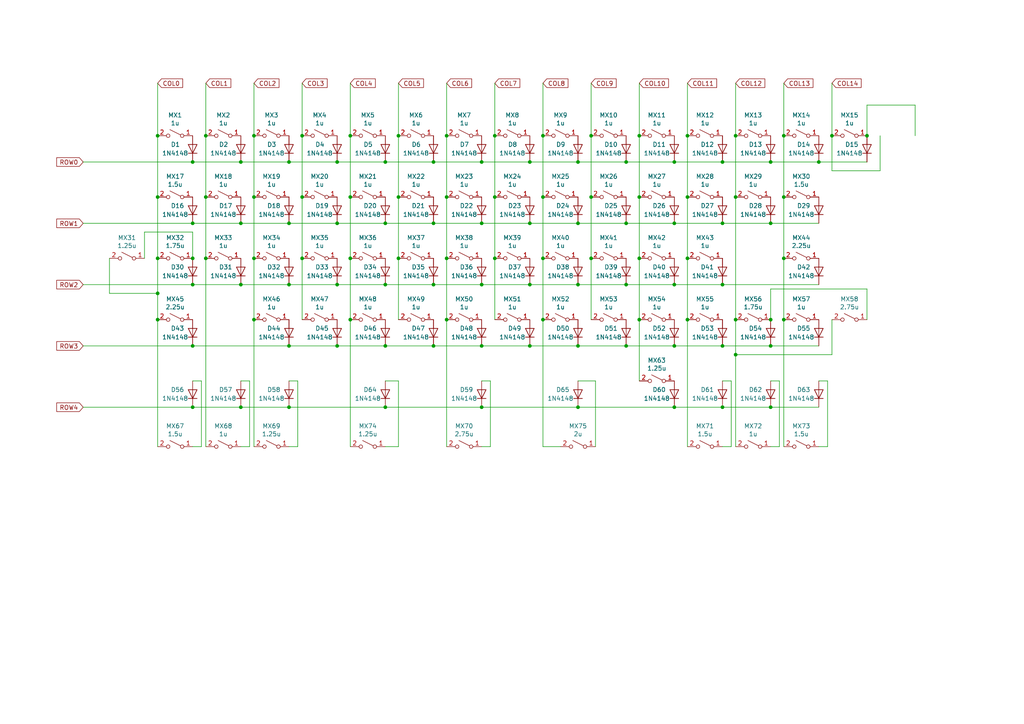
<source format=kicad_sch>
(kicad_sch (version 20211123) (generator eeschema)
  (paper "A4")
  (title_block (title "Bakeneko 60 V3") (date "2020-08-01") (rev "1") (comment 1 "Copyright © 2020 kkatano") (comment 2 "MIT License"))
  (lib_symbols
    (symbol "Device:D" (pin_numbers hide) (pin_names (offset 1.016) hide)
      (property "Reference" "D" (at 0 2.54 0))
      (property "Value" "Device_D" (at 0 -2.54 0))
      (symbol "D_0_1"
        (polyline (pts (xy -1.27 1.27) (xy -1.27 -1.27)) (stroke (width 0.2032)))
        (polyline (pts (xy 1.27 0) (xy -1.27 0)))
        (polyline (pts (xy 1.27 1.27) (xy 1.27 -1.27) (xy -1.27 0) (xy 1.27 1.27)) (stroke (width 0.2032)))
      )
      (symbol "D_1_1"
        (pin passive line (at -3.81 0 0) (length 2.54) (name "K") (number "1"))
        (pin passive line (at 3.81 0 180) (length 2.54) (name "A") (number "2"))
      )
    )
    (symbol "Switch:SW_SPST" (pin_names (offset 0) hide)
      (property "Reference" "SW" (at 0 3.175 0))
      (property "Value" "Switch_SW_SPST" (at 0 -2.54 0))
      (symbol "SW_SPST_0_0"
        (circle (center -2.032 0) (radius 0.508))
        (polyline (pts (xy -1.524 0.254) (xy 1.524 1.778)))
        (circle (center 2.032 0) (radius 0.508))
      )
      (symbol "SW_SPST_1_1"
        (pin passive line (at -5.08 0 0) (length 2.54) (name "A") (number "1"))
        (pin passive line (at 5.08 0 180) (length 2.54) (name "B") (number "2"))
      )
    )
  )
  (junction (at 209.55 118.11))
  (junction (at 181.61 46.99))
  (junction (at 167.64 46.99))
  (junction (at 83.82 100.33))
  (junction (at 213.36 102.87))
  (junction (at 55.88 100.33))
  (junction (at 139.7 118.11))
  (junction (at 167.64 82.55))
  (junction (at 129.54 39.37))
  (junction (at 167.64 118.11))
  (junction (at 59.69 57.15))
  (junction (at 111.76 118.11))
  (junction (at 55.88 46.99))
  (junction (at 59.69 39.37))
  (junction (at 83.82 82.55))
  (junction (at 125.73 100.33))
  (junction (at 153.67 100.33))
  (junction (at 185.42 92.71))
  (junction (at 143.51 74.93))
  (junction (at 111.76 82.55))
  (junction (at 101.6 74.93))
  (junction (at 227.33 57.15))
  (junction (at 167.64 100.33))
  (junction (at 195.58 100.33))
  (junction (at 55.88 64.77))
  (junction (at 185.42 74.93))
  (junction (at 73.66 57.15))
  (junction (at 101.6 39.37))
  (junction (at 157.48 92.71))
  (junction (at 153.67 46.99))
  (junction (at 223.52 46.99))
  (junction (at 115.57 39.37))
  (junction (at 125.73 82.55))
  (junction (at 181.61 100.33))
  (junction (at 59.69 74.93))
  (junction (at 97.79 46.99))
  (junction (at 73.66 92.71))
  (junction (at 115.57 57.15))
  (junction (at 139.7 82.55))
  (junction (at 129.54 57.15))
  (junction (at 171.45 74.93))
  (junction (at 45.72 92.71))
  (junction (at 101.6 92.71))
  (junction (at 153.67 64.77))
  (junction (at 69.85 82.55))
  (junction (at 55.88 118.11))
  (junction (at 111.76 64.77))
  (junction (at 87.63 74.93))
  (junction (at 171.45 39.37))
  (junction (at 227.33 92.71))
  (junction (at 209.55 100.33))
  (junction (at 213.36 39.37))
  (junction (at 129.54 74.93))
  (junction (at 143.51 57.15))
  (junction (at 199.39 57.15))
  (junction (at 143.51 39.37))
  (junction (at 209.55 46.99))
  (junction (at 97.79 100.33))
  (junction (at 55.88 74.93))
  (junction (at 195.58 118.11))
  (junction (at 185.42 39.37))
  (junction (at 83.82 46.99))
  (junction (at 157.48 39.37))
  (junction (at 227.33 39.37))
  (junction (at 157.48 74.93))
  (junction (at 181.61 64.77))
  (junction (at 97.79 82.55))
  (junction (at 139.7 100.33))
  (junction (at 167.64 64.77))
  (junction (at 195.58 64.77))
  (junction (at 181.61 82.55))
  (junction (at 55.88 82.55))
  (junction (at 237.49 46.99))
  (junction (at 213.36 92.71))
  (junction (at 111.76 100.33))
  (junction (at 87.63 39.37))
  (junction (at 153.67 82.55))
  (junction (at 223.52 64.77))
  (junction (at 115.57 74.93))
  (junction (at 69.85 64.77))
  (junction (at 209.55 82.55))
  (junction (at 83.82 118.11))
  (junction (at 45.72 57.15))
  (junction (at 111.76 46.99))
  (junction (at 139.7 64.77))
  (junction (at 185.42 57.15))
  (junction (at 209.55 64.77))
  (junction (at 45.72 85.09))
  (junction (at 195.58 82.55))
  (junction (at 223.52 100.33))
  (junction (at 97.79 64.77))
  (junction (at 241.3 39.37))
  (junction (at 73.66 74.93))
  (junction (at 73.66 39.37))
  (junction (at 157.48 57.15))
  (junction (at 129.54 92.71))
  (junction (at 101.6 57.15))
  (junction (at 213.36 57.15))
  (junction (at 69.85 46.99))
  (junction (at 45.72 39.37))
  (junction (at 223.52 92.71))
  (junction (at 199.39 74.93))
  (junction (at 45.72 74.93))
  (junction (at 223.52 118.11))
  (junction (at 199.39 39.37))
  (junction (at 171.45 57.15))
  (junction (at 125.73 46.99))
  (junction (at 199.39 92.71))
  (junction (at 139.7 46.99))
  (junction (at 227.33 74.93))
  (junction (at 195.58 46.99))
  (junction (at 251.46 39.37))
  (junction (at 87.63 57.15))
  (junction (at 69.85 118.11))
  (junction (at 125.73 64.77))
  (junction (at 83.82 64.77))
  (wire (pts (xy 209.55 100.33) (xy 223.52 100.33)))
  (wire (pts (xy 125.73 82.55) (xy 111.76 82.55)))
  (wire (pts (xy 185.42 39.37) (xy 185.42 57.15)))
  (wire (pts (xy 45.72 24.13) (xy 45.72 39.37)))
  (wire (pts (xy 237.49 110.49) (xy 240.03 110.49)))
  (wire (pts (xy 185.42 24.13) (xy 185.42 39.37)))
  (wire (pts (xy 69.85 118.11) (xy 55.88 118.11)))
  (wire (pts (xy 209.55 64.77) (xy 223.52 64.77)))
  (wire (pts (xy 45.72 39.37) (xy 45.72 57.15)))
  (wire (pts (xy 129.54 39.37) (xy 129.54 57.15)))
  (wire (pts (xy 97.79 82.55) (xy 83.82 82.55)))
  (wire (pts (xy 129.54 57.15) (xy 129.54 74.93)))
  (wire (pts (xy 153.67 82.55) (xy 139.7 82.55)))
  (wire (pts (xy 171.45 39.37) (xy 171.45 57.15)))
  (wire (pts (xy 83.82 64.77) (xy 97.79 64.77)))
  (wire (pts (xy 157.48 92.71) (xy 157.48 74.93)))
  (wire (pts (xy 111.76 46.99) (xy 97.79 46.99)))
  (wire (pts (xy 31.75 85.09) (xy 45.72 85.09)))
  (wire (pts (xy 69.85 46.99) (xy 55.88 46.99)))
  (wire (pts (xy 115.57 129.54) (xy 115.57 110.49)))
  (wire (pts (xy 181.61 100.33) (xy 195.58 100.33)))
  (wire (pts (xy 241.3 92.71) (xy 241.3 102.87)))
  (wire (pts (xy 115.57 74.93) (xy 115.57 57.15)))
  (wire (pts (xy 143.51 92.71) (xy 143.51 74.93)))
  (wire (pts (xy 213.36 57.15) (xy 213.36 92.71)))
  (wire (pts (xy 223.52 118.11) (xy 209.55 118.11)))
  (wire (pts (xy 86.36 110.49) (xy 86.36 129.54)))
  (wire (pts (xy 139.7 118.11) (xy 167.64 118.11)))
  (wire (pts (xy 59.69 74.93) (xy 59.69 129.54)))
  (wire (pts (xy 265.43 30.48) (xy 251.46 30.48)))
  (wire (pts (xy 251.46 92.71) (xy 251.46 83.82)))
  (wire (pts (xy 255.27 49.53) (xy 255.27 39.37)))
  (wire (pts (xy 24.13 46.99) (xy 55.88 46.99)))
  (wire (pts (xy 59.69 39.37) (xy 59.69 24.13)))
  (wire (pts (xy 59.69 74.93) (xy 59.69 57.15)))
  (wire (pts (xy 55.88 110.49) (xy 58.42 110.49)))
  (wire (pts (xy 83.82 110.49) (xy 86.36 110.49)))
  (wire (pts (xy 209.55 118.11) (xy 195.58 118.11)))
  (wire (pts (xy 209.55 82.55) (xy 195.58 82.55)))
  (wire (pts (xy 172.72 129.54) (xy 172.72 110.49)))
  (wire (pts (xy 171.45 57.15) (xy 171.45 74.93)))
  (wire (pts (xy 171.45 74.93) (xy 171.45 92.71)))
  (wire (pts (xy 143.51 74.93) (xy 143.51 57.15)))
  (wire (pts (xy 115.57 92.71) (xy 115.57 74.93)))
  (wire (pts (xy 139.7 118.11) (xy 111.76 118.11)))
  (wire (pts (xy 73.66 57.15) (xy 73.66 74.93)))
  (wire (pts (xy 227.33 92.71) (xy 227.33 74.93)))
  (wire (pts (xy 58.42 129.54) (xy 55.88 129.54)))
  (wire (pts (xy 59.69 57.15) (xy 59.69 39.37)))
  (wire (pts (xy 181.61 64.77) (xy 195.58 64.77)))
  (wire (pts (xy 24.13 100.33) (xy 55.88 100.33)))
  (wire (pts (xy 241.3 39.37) (xy 241.3 49.53)))
  (wire (pts (xy 69.85 110.49) (xy 72.39 110.49)))
  (wire (pts (xy 101.6 24.13) (xy 101.6 39.37)))
  (wire (pts (xy 185.42 57.15) (xy 185.42 74.93)))
  (wire (pts (xy 58.42 110.49) (xy 58.42 129.54)))
  (wire (pts (xy 143.51 57.15) (xy 143.51 39.37)))
  (wire (pts (xy 73.66 74.93) (xy 73.66 92.71)))
  (wire (pts (xy 223.52 83.82) (xy 223.52 92.71)))
  (wire (pts (xy 172.72 110.49) (xy 167.64 110.49)))
  (wire (pts (xy 237.49 46.99) (xy 223.52 46.99)))
  (wire (pts (xy 101.6 39.37) (xy 101.6 57.15)))
  (wire (pts (xy 199.39 74.93) (xy 199.39 57.15)))
  (wire (pts (xy 115.57 57.15) (xy 115.57 39.37)))
  (wire (pts (xy 181.61 82.55) (xy 167.64 82.55)))
  (wire (pts (xy 153.67 46.99) (xy 139.7 46.99)))
  (wire (pts (xy 241.3 24.13) (xy 241.3 39.37)))
  (wire (pts (xy 87.63 57.15) (xy 87.63 39.37)))
  (wire (pts (xy 223.52 100.33) (xy 237.49 100.33)))
  (wire (pts (xy 185.42 92.71) (xy 185.42 110.49)))
  (wire (pts (xy 227.33 92.71) (xy 227.33 129.54)))
  (wire (pts (xy 226.06 129.54) (xy 223.52 129.54)))
  (wire (pts (xy 55.88 64.77) (xy 24.13 64.77)))
  (wire (pts (xy 209.55 129.54) (xy 212.09 129.54)))
  (wire (pts (xy 157.48 57.15) (xy 157.48 39.37)))
  (wire (pts (xy 227.33 57.15) (xy 227.33 39.37)))
  (wire (pts (xy 226.06 110.49) (xy 226.06 129.54)))
  (wire (pts (xy 125.73 100.33) (xy 139.7 100.33)))
  (wire (pts (xy 167.64 100.33) (xy 181.61 100.33)))
  (wire (pts (xy 83.82 100.33) (xy 97.79 100.33)))
  (wire (pts (xy 73.66 92.71) (xy 73.66 129.54)))
  (wire (pts (xy 139.7 82.55) (xy 125.73 82.55)))
  (wire (pts (xy 199.39 92.71) (xy 199.39 129.54)))
  (wire (pts (xy 139.7 100.33) (xy 153.67 100.33)))
  (wire (pts (xy 97.79 46.99) (xy 83.82 46.99)))
  (wire (pts (xy 45.72 85.09) (xy 45.72 92.71)))
  (wire (pts (xy 72.39 110.49) (xy 72.39 129.54)))
  (wire (pts (xy 167.64 82.55) (xy 153.67 82.55)))
  (wire (pts (xy 55.88 64.77) (xy 69.85 64.77)))
  (wire (pts (xy 185.42 74.93) (xy 185.42 92.71)))
  (wire (pts (xy 69.85 64.77) (xy 83.82 64.77)))
  (wire (pts (xy 55.88 100.33) (xy 83.82 100.33)))
  (wire (pts (xy 97.79 100.33) (xy 111.76 100.33)))
  (wire (pts (xy 45.72 92.71) (xy 45.72 129.54)))
  (wire (pts (xy 97.79 64.77) (xy 111.76 64.77)))
  (wire (pts (xy 41.91 67.31) (xy 55.88 67.31)))
  (wire (pts (xy 111.76 118.11) (xy 83.82 118.11)))
  (wire (pts (xy 143.51 39.37) (xy 143.51 24.13)))
  (wire (pts (xy 209.55 82.55) (xy 237.49 82.55)))
  (wire (pts (xy 157.48 39.37) (xy 157.48 24.13)))
  (wire (pts (xy 167.64 46.99) (xy 153.67 46.99)))
  (wire (pts (xy 45.72 74.93) (xy 45.72 85.09)))
  (wire (pts (xy 153.67 64.77) (xy 167.64 64.77)))
  (wire (pts (xy 115.57 110.49) (xy 111.76 110.49)))
  (wire (pts (xy 171.45 24.13) (xy 171.45 39.37)))
  (wire (pts (xy 213.36 92.71) (xy 213.36 102.87)))
  (wire (pts (xy 111.76 129.54) (xy 115.57 129.54)))
  (wire (pts (xy 212.09 110.49) (xy 209.55 110.49)))
  (wire (pts (xy 153.67 100.33) (xy 167.64 100.33)))
  (wire (pts (xy 227.33 74.93) (xy 227.33 57.15)))
  (wire (pts (xy 209.55 46.99) (xy 195.58 46.99)))
  (wire (pts (xy 142.24 129.54) (xy 139.7 129.54)))
  (wire (pts (xy 101.6 74.93) (xy 101.6 92.71)))
  (wire (pts (xy 241.3 49.53) (xy 255.27 49.53)))
  (wire (pts (xy 139.7 64.77) (xy 153.67 64.77)))
  (wire (pts (xy 157.48 74.93) (xy 157.48 57.15)))
  (wire (pts (xy 31.75 74.93) (xy 31.75 85.09)))
  (wire (pts (xy 125.73 46.99) (xy 111.76 46.99)))
  (wire (pts (xy 111.76 82.55) (xy 97.79 82.55)))
  (wire (pts (xy 223.52 110.49) (xy 226.06 110.49)))
  (wire (pts (xy 181.61 46.99) (xy 167.64 46.99)))
  (wire (pts (xy 55.88 67.31) (xy 55.88 74.93)))
  (wire (pts (xy 223.52 46.99) (xy 209.55 46.99)))
  (wire (pts (xy 213.36 24.13) (xy 213.36 39.37)))
  (wire (pts (xy 129.54 92.71) (xy 129.54 129.54)))
  (wire (pts (xy 195.58 64.77) (xy 209.55 64.77)))
  (wire (pts (xy 240.03 129.54) (xy 237.49 129.54)))
  (wire (pts (xy 129.54 24.13) (xy 129.54 39.37)))
  (wire (pts (xy 83.82 118.11) (xy 69.85 118.11)))
  (wire (pts (xy 115.57 39.37) (xy 115.57 24.13)))
  (wire (pts (xy 195.58 100.33) (xy 209.55 100.33)))
  (wire (pts (xy 45.72 57.15) (xy 45.72 74.93)))
  (wire (pts (xy 87.63 74.93) (xy 87.63 57.15)))
  (wire (pts (xy 101.6 57.15) (xy 101.6 74.93)))
  (wire (pts (xy 69.85 82.55) (xy 55.88 82.55)))
  (wire (pts (xy 83.82 82.55) (xy 69.85 82.55)))
  (wire (pts (xy 111.76 64.77) (xy 125.73 64.77)))
  (wire (pts (xy 111.76 100.33) (xy 125.73 100.33)))
  (wire (pts (xy 87.63 39.37) (xy 87.63 24.13)))
  (wire (pts (xy 142.24 110.49) (xy 142.24 129.54)))
  (wire (pts (xy 227.33 24.13) (xy 227.33 39.37)))
  (wire (pts (xy 199.39 92.71) (xy 199.39 74.93)))
  (wire (pts (xy 251.46 46.99) (xy 237.49 46.99)))
  (wire (pts (xy 195.58 46.99) (xy 181.61 46.99)))
  (wire (pts (xy 86.36 129.54) (xy 83.82 129.54)))
  (wire (pts (xy 240.03 110.49) (xy 240.03 129.54)))
  (wire (pts (xy 125.73 64.77) (xy 139.7 64.77)))
  (wire (pts (xy 139.7 110.49) (xy 142.24 110.49)))
  (wire (pts (xy 195.58 82.55) (xy 181.61 82.55)))
  (wire (pts (xy 139.7 46.99) (xy 125.73 46.99)))
  (wire (pts (xy 199.39 39.37) (xy 199.39 24.13)))
  (wire (pts (xy 251.46 83.82) (xy 223.52 83.82)))
  (wire (pts (xy 129.54 74.93) (xy 129.54 92.71)))
  (wire (pts (xy 41.91 74.93) (xy 41.91 67.31)))
  (wire (pts (xy 157.48 92.71) (xy 157.48 129.54)))
  (wire (pts (xy 223.52 64.77) (xy 237.49 64.77)))
  (wire (pts (xy 83.82 46.99) (xy 69.85 46.99)))
  (wire (pts (xy 101.6 92.71) (xy 101.6 129.54)))
  (wire (pts (xy 167.64 118.11) (xy 195.58 118.11)))
  (wire (pts (xy 213.36 39.37) (xy 213.36 57.15)))
  (wire (pts (xy 73.66 39.37) (xy 73.66 57.15)))
  (wire (pts (xy 212.09 129.54) (xy 212.09 110.49)))
  (wire (pts (xy 251.46 30.48) (xy 251.46 39.37)))
  (wire (pts (xy 73.66 24.13) (xy 73.66 39.37)))
  (wire (pts (xy 241.3 102.87) (xy 213.36 102.87)))
  (wire (pts (xy 157.48 129.54) (xy 162.56 129.54)))
  (wire (pts (xy 24.13 82.55) (xy 55.88 82.55)))
  (wire (pts (xy 87.63 92.71) (xy 87.63 74.93)))
  (wire (pts (xy 167.64 64.77) (xy 181.61 64.77)))
  (wire (pts (xy 213.36 102.87) (xy 213.36 129.54)))
  (wire (pts (xy 199.39 57.15) (xy 199.39 39.37)))
  (wire (pts (xy 24.13 118.11) (xy 55.88 118.11)))
  (wire (pts (xy 265.43 39.37) (xy 265.43 30.48)))
  (wire (pts (xy 237.49 118.11) (xy 223.52 118.11)))
  (wire (pts (xy 72.39 129.54) (xy 69.85 129.54)))
  (global_label "COL1" (shape input) (at 59.69 24.13 0) (property "Intersheet References" "${INTERSHEET_REFS}" (effects hide)))
  (global_label "COL5" (shape input) (at 115.57 24.13 0) (property "Intersheet References" "${INTERSHEET_REFS}" (effects hide)))
  (global_label "COL4" (shape input) (at 101.6 24.13 0) (property "Intersheet References" "${INTERSHEET_REFS}" (effects hide)))
  (global_label "COL7" (shape input) (at 143.51 24.13 0) (property "Intersheet References" "${INTERSHEET_REFS}" (effects hide)))
  (global_label "ROW0" (shape input) (at 24.13 46.99 180) (property "Intersheet References" "${INTERSHEET_REFS}" (effects hide)))
  (global_label "ROW3" (shape input) (at 24.13 100.33 180) (property "Intersheet References" "${INTERSHEET_REFS}" (effects hide)))
  (global_label "COL11" (shape input) (at 199.39 24.13 0) (property "Intersheet References" "${INTERSHEET_REFS}" (effects hide)))
  (global_label "COL9" (shape input) (at 171.45 24.13 0) (property "Intersheet References" "${INTERSHEET_REFS}" (effects hide)))
  (global_label "ROW2" (shape input) (at 24.13 82.55 180) (property "Intersheet References" "${INTERSHEET_REFS}" (effects hide)))
  (global_label "COL2" (shape input) (at 73.66 24.13 0) (property "Intersheet References" "${INTERSHEET_REFS}" (effects hide)))
  (global_label "COL13" (shape input) (at 227.33 24.13 0) (property "Intersheet References" "${INTERSHEET_REFS}" (effects hide)))
  (global_label "COL14" (shape input) (at 241.3 24.13 0) (property "Intersheet References" "${INTERSHEET_REFS}" (effects hide)))
  (global_label "COL6" (shape input) (at 129.54 24.13 0) (property "Intersheet References" "${INTERSHEET_REFS}" (effects hide)))
  (global_label "ROW4" (shape input) (at 24.13 118.11 180) (property "Intersheet References" "${INTERSHEET_REFS}" (effects hide)))
  (global_label "COL3" (shape input) (at 87.63 24.13 0) (property "Intersheet References" "${INTERSHEET_REFS}" (effects hide)))
  (global_label "COL0" (shape input) (at 45.72 24.13 0) (property "Intersheet References" "${INTERSHEET_REFS}" (effects hide)))
  (global_label "ROW1" (shape input) (at 24.13 64.77 180) (property "Intersheet References" "${INTERSHEET_REFS}" (effects hide)))
  (global_label "COL12" (shape input) (at 213.36 24.13 0) (property "Intersheet References" "${INTERSHEET_REFS}" (effects hide)))
  (global_label "COL8" (shape input) (at 157.48 24.13 0) (property "Intersheet References" "${INTERSHEET_REFS}" (effects hide)))
  (global_label "COL10" (shape input) (at 185.42 24.13 0) (property "Intersheet References" "${INTERSHEET_REFS}" (effects hide)))
  (symbol (lib_id "Switch:SW_SPST") (at 246.38 92.71 0) (mirror y) (unit 1)
    (property "Reference" "MX58" (at 246.38 86.741 0))
    (property "Value" "2.75u" (at 246.38 89.0524 0))
    (property "Footprint" "MX_Only:MXOnly-2.75U-NoLED" (effects hide))
  )
  (symbol (lib_id "Switch:SW_SPST") (at 218.44 129.54 0) (mirror y) (unit 1)
    (property "Reference" "MX72" (at 218.44 123.571 0))
    (property "Value" "1u" (at 218.44 125.8824 0))
    (property "Footprint" "MX_Only:MXOnly-1U-NoLED" (effects hide))
  )
  (symbol (lib_id "Switch:SW_SPST") (at 232.41 129.54 0) (mirror y) (unit 1)
    (property "Reference" "MX73" (at 232.41 123.571 0))
    (property "Value" "1.5u" (at 232.41 125.8824 0))
    (property "Footprint" "MX_Only:MXOnly-1.5U-NoLED" (effects hide))
  )
  (symbol (lib_id "Switch:SW_SPST") (at 134.62 129.54 0) (mirror y) (unit 1)
    (property "Reference" "MX70" (at 134.62 123.571 0))
    (property "Value" "2.75u" (at 134.62 125.8824 0))
    (property "Footprint" "MX_Only:MXOnly-2.75U-ReversedStabilizers-NoLED" (effects hide))
  )
  (symbol (lib_id "Switch:SW_SPST") (at 50.8 129.54 0) (mirror y) (unit 1)
    (property "Reference" "MX67" (at 50.8 123.571 0))
    (property "Value" "1.5u" (at 50.8 125.8824 0))
    (property "Footprint" "MX_Only:MXOnly-1.5U-NoLED" (effects hide))
  )
  (symbol (lib_id "Switch:SW_SPST") (at 64.77 129.54 0) (mirror y) (unit 1)
    (property "Reference" "MX68" (at 64.77 123.571 0))
    (property "Value" "1u" (at 64.77 125.8824 0))
    (property "Footprint" "MX_Only:MXOnly-1U-NoLED" (effects hide))
  )
  (symbol (lib_id "Switch:SW_SPST") (at 78.74 129.54 0) (mirror y) (unit 1)
    (property "Reference" "MX69" (at 78.74 123.571 0))
    (property "Value" "1.25u" (at 78.74 125.8824 0))
    (property "Footprint" "MX_Only:MXOnly-1.25U-NoLED" (effects hide))
  )
  (symbol (lib_id "Switch:SW_SPST") (at 50.8 57.15 0) (mirror y) (unit 1)
    (property "Reference" "MX17" (at 50.8 51.181 0))
    (property "Value" "1.5u" (at 50.8 53.4924 0))
    (property "Footprint" "MX_Only:MXOnly-1.5U-NoLED" (effects hide))
  )
  (symbol (lib_id "Switch:SW_SPST") (at 106.68 39.37 0) (mirror y) (unit 1)
    (property "Reference" "MX5" (at 106.68 33.401 0))
    (property "Value" "1u" (at 106.68 35.7124 0))
    (property "Footprint" "MX_Only:MXOnly-1U-NoLED" (effects hide))
  )
  (symbol (lib_id "Switch:SW_SPST") (at 36.83 74.93 0) (mirror y) (unit 1)
    (property "Reference" "MX31" (at 36.83 68.961 0))
    (property "Value" "1.25u" (at 36.83 71.2724 0))
    (property "Footprint" "MX_Only:MXOnly-1.25U-NoLED" (effects hide))
  )
  (symbol (lib_id "Switch:SW_SPST") (at 204.47 129.54 0) (mirror y) (unit 1)
    (property "Reference" "MX71" (at 204.47 123.571 0))
    (property "Value" "1.5u" (at 204.47 125.8824 0))
    (property "Footprint" "MX_Only:MXOnly-1.5U-NoLED" (effects hide))
  )
  (symbol (lib_id "Switch:SW_SPST") (at 50.8 74.93 0) (mirror y) (unit 1)
    (property "Reference" "MX32" (at 50.8 68.961 0))
    (property "Value" "1.75u" (at 50.8 71.2724 0))
    (property "Footprint" "MX_Only:MXOnly-1.75U-NoLED" (effects hide))
  )
  (symbol (lib_id "Switch:SW_SPST") (at 50.8 92.71 0) (mirror y) (unit 1)
    (property "Reference" "MX45" (at 50.8 86.741 0))
    (property "Value" "2.25u" (at 50.8 89.0524 0))
    (property "Footprint" "MX_Only:MXOnly-2.25U-NoLED" (effects hide))
  )
  (symbol (lib_id "Device:D") (at 237.49 114.3 90) (unit 1)
    (property "Reference" "D63" (at 231.14 113.03 90) (effects (justify right)))
    (property "Value" "1N4148" (at 228.6 115.57 90) (effects (justify right)))
    (property "Footprint" "Diode_SMD:D_SOD-123" (effects hide))
    (property "LCSC Part #" "C81598" (effects hide))
  )
  (symbol (lib_id "Device:D") (at 223.52 114.3 90) (unit 1)
    (property "Reference" "D62" (at 217.17 113.03 90) (effects (justify right)))
    (property "Value" "1N4148" (at 214.63 115.57 90) (effects (justify right)))
    (property "Footprint" "Diode_SMD:D_SOD-123" (effects hide))
    (property "LCSC Part #" "C81598" (effects hide))
  )
  (symbol (lib_id "Device:D") (at 209.55 114.3 90) (unit 1)
    (property "Reference" "D61" (at 203.2 113.03 90) (effects (justify right)))
    (property "Value" "1N4148" (at 200.66 115.57 90) (effects (justify right)))
    (property "Footprint" "Diode_SMD:D_SOD-123" (effects hide))
    (property "LCSC Part #" "C81598" (effects hide))
  )
  (symbol (lib_id "Device:D") (at 195.58 114.3 90) (unit 1)
    (property "Reference" "D60" (at 189.23 113.03 90) (effects (justify right)))
    (property "Value" "1N4148" (at 186.69 115.57 90) (effects (justify right)))
    (property "Footprint" "Diode_SMD:D_SOD-123" (effects hide))
    (property "LCSC Part #" "C81598" (effects hide))
  )
  (symbol (lib_id "Switch:SW_SPST") (at 190.5 110.49 0) (mirror y) (unit 1)
    (property "Reference" "MX63" (at 190.5 104.521 0))
    (property "Value" "1.25u" (at 190.5 106.8324 0))
    (property "Footprint" "MX_Only:MXOnly-1.25U-NoLED" (effects hide))
  )
  (symbol (lib_id "Device:D") (at 139.7 114.3 90) (unit 1)
    (property "Reference" "D59" (at 133.35 113.03 90) (effects (justify right)))
    (property "Value" "1N4148" (at 130.81 115.57 90) (effects (justify right)))
    (property "Footprint" "Diode_SMD:D_SOD-123" (effects hide))
    (property "LCSC Part #" "C81598" (effects hide))
  )
  (symbol (lib_id "Device:D") (at 83.82 114.3 90) (unit 1)
    (property "Reference" "D58" (at 77.47 113.03 90) (effects (justify right)))
    (property "Value" "1N4148" (at 74.93 115.57 90) (effects (justify right)))
    (property "Footprint" "Diode_SMD:D_SOD-123" (effects hide))
    (property "LCSC Part #" "C81598" (effects hide))
  )
  (symbol (lib_id "Device:D") (at 69.85 114.3 90) (unit 1)
    (property "Reference" "D57" (at 63.5 113.03 90) (effects (justify right)))
    (property "Value" "1N4148" (at 60.96 115.57 90) (effects (justify right)))
    (property "Footprint" "Diode_SMD:D_SOD-123" (effects hide))
    (property "LCSC Part #" "C81598" (effects hide))
  )
  (symbol (lib_id "Device:D") (at 55.88 114.3 90) (unit 1)
    (property "Reference" "D56" (at 49.53 113.03 90) (effects (justify right)))
    (property "Value" "1N4148" (at 46.99 115.57 90) (effects (justify right)))
    (property "Footprint" "Diode_SMD:D_SOD-123" (effects hide))
    (property "LCSC Part #" "C81598" (effects hide))
  )
  (symbol (lib_id "Device:D") (at 237.49 96.52 90) (unit 1)
    (property "Reference" "D55" (at 231.14 95.25 90) (effects (justify right)))
    (property "Value" "1N4148" (at 228.6 97.79 90) (effects (justify right)))
    (property "Footprint" "Diode_SMD:D_SOD-123" (effects hide))
    (property "LCSC Part #" "C81598" (effects hide))
  )
  (symbol (lib_id "Switch:SW_SPST") (at 232.41 92.71 0) (mirror y) (unit 1)
    (property "Reference" "MX57" (at 232.41 86.741 0))
    (property "Value" "1u" (at 232.41 89.0524 0))
    (property "Footprint" "MX_Only:MXOnly-1U-NoLED" (effects hide))
  )
  (symbol (lib_id "Device:D") (at 223.52 96.52 90) (unit 1)
    (property "Reference" "D54" (at 217.17 95.25 90) (effects (justify right)))
    (property "Value" "1N4148" (at 214.63 97.79 90) (effects (justify right)))
    (property "Footprint" "Diode_SMD:D_SOD-123" (effects hide))
    (property "LCSC Part #" "C81598" (effects hide))
  )
  (symbol (lib_id "Switch:SW_SPST") (at 218.44 92.71 0) (mirror y) (unit 1)
    (property "Reference" "MX56" (at 218.44 86.741 0))
    (property "Value" "1.75u" (at 218.44 89.0524 0))
    (property "Footprint" "MX_Only:MXOnly-1.75U-NoLED" (effects hide))
  )
  (symbol (lib_id "Device:D") (at 209.55 96.52 90) (unit 1)
    (property "Reference" "D53" (at 203.2 95.25 90) (effects (justify right)))
    (property "Value" "1N4148" (at 200.66 97.79 90) (effects (justify right)))
    (property "Footprint" "Diode_SMD:D_SOD-123" (effects hide))
    (property "LCSC Part #" "C81598" (effects hide))
  )
  (symbol (lib_id "Switch:SW_SPST") (at 204.47 92.71 0) (mirror y) (unit 1)
    (property "Reference" "MX55" (at 204.47 86.741 0))
    (property "Value" "1u" (at 204.47 89.0524 0))
    (property "Footprint" "MX_Only:MXOnly-1U-NoLED" (effects hide))
  )
  (symbol (lib_id "Device:D") (at 195.58 96.52 90) (unit 1)
    (property "Reference" "D52" (at 189.23 95.25 90) (effects (justify right)))
    (property "Value" "1N4148" (at 186.69 97.79 90) (effects (justify right)))
    (property "Footprint" "Diode_SMD:D_SOD-123" (effects hide))
    (property "LCSC Part #" "C81598" (effects hide))
  )
  (symbol (lib_id "Switch:SW_SPST") (at 190.5 92.71 0) (mirror y) (unit 1)
    (property "Reference" "MX54" (at 190.5 86.741 0))
    (property "Value" "1u" (at 190.5 89.0524 0))
    (property "Footprint" "MX_Only:MXOnly-1U-NoLED" (effects hide))
  )
  (symbol (lib_id "Device:D") (at 181.61 96.52 90) (unit 1)
    (property "Reference" "D51" (at 175.26 95.25 90) (effects (justify right)))
    (property "Value" "1N4148" (at 172.72 97.79 90) (effects (justify right)))
    (property "Footprint" "Diode_SMD:D_SOD-123" (effects hide))
    (property "LCSC Part #" "C81598" (effects hide))
  )
  (symbol (lib_id "Switch:SW_SPST") (at 176.53 92.71 0) (mirror y) (unit 1)
    (property "Reference" "MX53" (at 176.53 86.741 0))
    (property "Value" "1u" (at 176.53 89.0524 0))
    (property "Footprint" "MX_Only:MXOnly-1U-NoLED" (effects hide))
  )
  (symbol (lib_id "Device:D") (at 167.64 96.52 90) (unit 1)
    (property "Reference" "D50" (at 161.29 95.25 90) (effects (justify right)))
    (property "Value" "1N4148" (at 158.75 97.79 90) (effects (justify right)))
    (property "Footprint" "Diode_SMD:D_SOD-123" (effects hide))
    (property "LCSC Part #" "C81598" (effects hide))
  )
  (symbol (lib_id "Switch:SW_SPST") (at 162.56 92.71 0) (mirror y) (unit 1)
    (property "Reference" "MX52" (at 162.56 86.741 0))
    (property "Value" "1u" (at 162.56 89.0524 0))
    (property "Footprint" "MX_Only:MXOnly-1U-NoLED" (effects hide))
  )
  (symbol (lib_id "Device:D") (at 153.67 96.52 90) (unit 1)
    (property "Reference" "D49" (at 147.32 95.25 90) (effects (justify right)))
    (property "Value" "1N4148" (at 144.78 97.79 90) (effects (justify right)))
    (property "Footprint" "Diode_SMD:D_SOD-123" (effects hide))
    (property "LCSC Part #" "C81598" (effects hide))
  )
  (symbol (lib_id "Switch:SW_SPST") (at 148.59 92.71 0) (mirror y) (unit 1)
    (property "Reference" "MX51" (at 148.59 86.741 0))
    (property "Value" "1u" (at 148.59 89.0524 0))
    (property "Footprint" "MX_Only:MXOnly-1U-NoLED" (effects hide))
  )
  (symbol (lib_id "Device:D") (at 139.7 96.52 90) (unit 1)
    (property "Reference" "D48" (at 133.35 95.25 90) (effects (justify right)))
    (property "Value" "1N4148" (at 130.81 97.79 90) (effects (justify right)))
    (property "Footprint" "Diode_SMD:D_SOD-123" (effects hide))
    (property "LCSC Part #" "C81598" (effects hide))
  )
  (symbol (lib_id "Switch:SW_SPST") (at 134.62 92.71 0) (mirror y) (unit 1)
    (property "Reference" "MX50" (at 134.62 86.741 0))
    (property "Value" "1u" (at 134.62 89.0524 0))
    (property "Footprint" "MX_Only:MXOnly-1U-NoLED" (effects hide))
  )
  (symbol (lib_id "Device:D") (at 125.73 96.52 90) (unit 1)
    (property "Reference" "D47" (at 119.38 95.25 90) (effects (justify right)))
    (property "Value" "1N4148" (at 116.84 97.79 90) (effects (justify right)))
    (property "Footprint" "Diode_SMD:D_SOD-123" (effects hide))
    (property "LCSC Part #" "C81598" (effects hide))
  )
  (symbol (lib_id "Switch:SW_SPST") (at 120.65 92.71 0) (mirror y) (unit 1)
    (property "Reference" "MX49" (at 120.65 86.741 0))
    (property "Value" "1u" (at 120.65 89.0524 0))
    (property "Footprint" "MX_Only:MXOnly-1U-NoLED" (effects hide))
  )
  (symbol (lib_id "Device:D") (at 111.76 96.52 90) (unit 1)
    (property "Reference" "D46" (at 105.41 95.25 90) (effects (justify right)))
    (property "Value" "1N4148" (at 102.87 97.79 90) (effects (justify right)))
    (property "Footprint" "Diode_SMD:D_SOD-123" (effects hide))
    (property "LCSC Part #" "C81598" (effects hide))
  )
  (symbol (lib_id "Switch:SW_SPST") (at 106.68 92.71 0) (mirror y) (unit 1)
    (property "Reference" "MX48" (at 106.68 86.741 0))
    (property "Value" "1u" (at 106.68 89.0524 0))
    (property "Footprint" "MX_Only:MXOnly-1U-NoLED" (effects hide))
  )
  (symbol (lib_id "Device:D") (at 97.79 96.52 90) (unit 1)
    (property "Reference" "D45" (at 91.44 95.25 90) (effects (justify right)))
    (property "Value" "1N4148" (at 88.9 97.79 90) (effects (justify right)))
    (property "Footprint" "Diode_SMD:D_SOD-123" (effects hide))
    (property "LCSC Part #" "C81598" (effects hide))
  )
  (symbol (lib_id "Switch:SW_SPST") (at 92.71 92.71 0) (mirror y) (unit 1)
    (property "Reference" "MX47" (at 92.71 86.741 0))
    (property "Value" "1u" (at 92.71 89.0524 0))
    (property "Footprint" "MX_Only:MXOnly-1U-NoLED" (effects hide))
  )
  (symbol (lib_id "Device:D") (at 83.82 96.52 90) (unit 1)
    (property "Reference" "D44" (at 77.47 95.25 90) (effects (justify right)))
    (property "Value" "1N4148" (at 74.93 97.79 90) (effects (justify right)))
    (property "Footprint" "Diode_SMD:D_SOD-123" (effects hide))
    (property "LCSC Part #" "C81598" (effects hide))
  )
  (symbol (lib_id "Switch:SW_SPST") (at 78.74 92.71 0) (mirror y) (unit 1)
    (property "Reference" "MX46" (at 78.74 86.741 0))
    (property "Value" "1u" (at 78.74 89.0524 0))
    (property "Footprint" "MX_Only:MXOnly-1U-NoLED" (effects hide))
  )
  (symbol (lib_id "Device:D") (at 55.88 96.52 90) (unit 1)
    (property "Reference" "D43" (at 49.53 95.25 90) (effects (justify right)))
    (property "Value" "1N4148" (at 46.99 97.79 90) (effects (justify right)))
    (property "Footprint" "Diode_SMD:D_SOD-123" (effects hide))
    (property "LCSC Part #" "C81598" (effects hide))
  )
  (symbol (lib_id "Device:D") (at 237.49 78.74 90) (unit 1)
    (property "Reference" "D42" (at 231.14 77.47 90) (effects (justify right)))
    (property "Value" "1N4148" (at 228.6 80.01 90) (effects (justify right)))
    (property "Footprint" "Diode_SMD:D_SOD-123" (effects hide))
    (property "LCSC Part #" "C81598" (effects hide))
  )
  (symbol (lib_id "Switch:SW_SPST") (at 232.41 74.93 0) (mirror y) (unit 1)
    (property "Reference" "MX44" (at 232.41 68.961 0))
    (property "Value" "2.25u" (at 232.41 71.2724 0))
    (property "Footprint" "MX_Only:MXOnly-2.25U-NoLED" (effects hide))
  )
  (symbol (lib_id "Device:D") (at 209.55 78.74 90) (unit 1)
    (property "Reference" "D41" (at 203.2 77.47 90) (effects (justify right)))
    (property "Value" "1N4148" (at 200.66 80.01 90) (effects (justify right)))
    (property "Footprint" "Diode_SMD:D_SOD-123" (effects hide))
    (property "LCSC Part #" "C81598" (effects hide))
  )
  (symbol (lib_id "Switch:SW_SPST") (at 204.47 74.93 0) (mirror y) (unit 1)
    (property "Reference" "MX43" (at 204.47 68.961 0))
    (property "Value" "1u" (at 204.47 71.2724 0))
    (property "Footprint" "MX_Only:MXOnly-1U-NoLED" (effects hide))
  )
  (symbol (lib_id "Device:D") (at 195.58 78.74 90) (unit 1)
    (property "Reference" "D40" (at 189.23 77.47 90) (effects (justify right)))
    (property "Value" "1N4148" (at 186.69 80.01 90) (effects (justify right)))
    (property "Footprint" "Diode_SMD:D_SOD-123" (effects hide))
    (property "LCSC Part #" "C81598" (effects hide))
  )
  (symbol (lib_id "Switch:SW_SPST") (at 190.5 74.93 0) (mirror y) (unit 1)
    (property "Reference" "MX42" (at 190.5 68.961 0))
    (property "Value" "1u" (at 190.5 71.2724 0))
    (property "Footprint" "MX_Only:MXOnly-1U-NoLED" (effects hide))
  )
  (symbol (lib_id "Device:D") (at 181.61 78.74 90) (unit 1)
    (property "Reference" "D39" (at 175.26 77.47 90) (effects (justify right)))
    (property "Value" "1N4148" (at 172.72 80.01 90) (effects (justify right)))
    (property "Footprint" "Diode_SMD:D_SOD-123" (effects hide))
    (property "LCSC Part #" "C81598" (effects hide))
  )
  (symbol (lib_id "Switch:SW_SPST") (at 176.53 74.93 0) (mirror y) (unit 1)
    (property "Reference" "MX41" (at 176.53 68.961 0))
    (property "Value" "1u" (at 176.53 71.2724 0))
    (property "Footprint" "MX_Only:MXOnly-1U-NoLED" (effects hide))
  )
  (symbol (lib_id "Device:D") (at 167.64 78.74 90) (unit 1)
    (property "Reference" "D38" (at 161.29 77.47 90) (effects (justify right)))
    (property "Value" "1N4148" (at 158.75 80.01 90) (effects (justify right)))
    (property "Footprint" "Diode_SMD:D_SOD-123" (effects hide))
    (property "LCSC Part #" "C81598" (effects hide))
  )
  (symbol (lib_id "Switch:SW_SPST") (at 162.56 74.93 0) (mirror y) (unit 1)
    (property "Reference" "MX40" (at 162.56 68.961 0))
    (property "Value" "1u" (at 162.56 71.2724 0))
    (property "Footprint" "MX_Only:MXOnly-1U-NoLED" (effects hide))
  )
  (symbol (lib_id "Device:D") (at 153.67 78.74 90) (unit 1)
    (property "Reference" "D37" (at 147.32 77.47 90) (effects (justify right)))
    (property "Value" "1N4148" (at 144.78 80.01 90) (effects (justify right)))
    (property "Footprint" "Diode_SMD:D_SOD-123" (effects hide))
    (property "LCSC Part #" "C81598" (effects hide))
  )
  (symbol (lib_id "Switch:SW_SPST") (at 148.59 74.93 0) (mirror y) (unit 1)
    (property "Reference" "MX39" (at 148.59 68.961 0))
    (property "Value" "1u" (at 148.59 71.2724 0))
    (property "Footprint" "MX_Only:MXOnly-1U-NoLED" (effects hide))
  )
  (symbol (lib_id "Device:D") (at 139.7 78.74 90) (unit 1)
    (property "Reference" "D36" (at 133.35 77.47 90) (effects (justify right)))
    (property "Value" "1N4148" (at 130.81 80.01 90) (effects (justify right)))
    (property "Footprint" "Diode_SMD:D_SOD-123" (effects hide))
    (property "LCSC Part #" "C81598" (effects hide))
  )
  (symbol (lib_id "Switch:SW_SPST") (at 134.62 74.93 0) (mirror y) (unit 1)
    (property "Reference" "MX38" (at 134.62 68.961 0))
    (property "Value" "1u" (at 134.62 71.2724 0))
    (property "Footprint" "MX_Only:MXOnly-1U-NoLED" (effects hide))
  )
  (symbol (lib_id "Device:D") (at 125.73 78.74 90) (unit 1)
    (property "Reference" "D35" (at 119.38 77.47 90) (effects (justify right)))
    (property "Value" "1N4148" (at 116.84 80.01 90) (effects (justify right)))
    (property "Footprint" "Diode_SMD:D_SOD-123" (effects hide))
    (property "LCSC Part #" "C81598" (effects hide))
  )
  (symbol (lib_id "Switch:SW_SPST") (at 120.65 74.93 0) (mirror y) (unit 1)
    (property "Reference" "MX37" (at 120.65 68.961 0))
    (property "Value" "1u" (at 120.65 71.2724 0))
    (property "Footprint" "MX_Only:MXOnly-1U-NoLED" (effects hide))
  )
  (symbol (lib_id "Device:D") (at 111.76 78.74 90) (unit 1)
    (property "Reference" "D34" (at 105.41 77.47 90) (effects (justify right)))
    (property "Value" "1N4148" (at 102.87 80.01 90) (effects (justify right)))
    (property "Footprint" "Diode_SMD:D_SOD-123" (effects hide))
    (property "LCSC Part #" "C81598" (effects hide))
  )
  (symbol (lib_id "Switch:SW_SPST") (at 106.68 74.93 0) (mirror y) (unit 1)
    (property "Reference" "MX36" (at 106.68 68.961 0))
    (property "Value" "1u" (at 106.68 71.2724 0))
    (property "Footprint" "MX_Only:MXOnly-1U-NoLED" (effects hide))
  )
  (symbol (lib_id "Device:D") (at 97.79 78.74 90) (unit 1)
    (property "Reference" "D33" (at 91.44 77.47 90) (effects (justify right)))
    (property "Value" "1N4148" (at 88.9 80.01 90) (effects (justify right)))
    (property "Footprint" "Diode_SMD:D_SOD-123" (effects hide))
    (property "LCSC Part #" "C81598" (effects hide))
  )
  (symbol (lib_id "Switch:SW_SPST") (at 92.71 74.93 0) (mirror y) (unit 1)
    (property "Reference" "MX35" (at 92.71 68.961 0))
    (property "Value" "1u" (at 92.71 71.2724 0))
    (property "Footprint" "MX_Only:MXOnly-1U-NoLED" (effects hide))
  )
  (symbol (lib_id "Device:D") (at 83.82 78.74 90) (unit 1)
    (property "Reference" "D32" (at 77.47 77.47 90) (effects (justify right)))
    (property "Value" "1N4148" (at 74.93 80.01 90) (effects (justify right)))
    (property "Footprint" "Diode_SMD:D_SOD-123" (effects hide))
    (property "LCSC Part #" "C81598" (effects hide))
  )
  (symbol (lib_id "Switch:SW_SPST") (at 78.74 74.93 0) (mirror y) (unit 1)
    (property "Reference" "MX34" (at 78.74 68.961 0))
    (property "Value" "1u" (at 78.74 71.2724 0))
    (property "Footprint" "MX_Only:MXOnly-1U-NoLED" (effects hide))
  )
  (symbol (lib_id "Device:D") (at 69.85 78.74 90) (unit 1)
    (property "Reference" "D31" (at 63.5 77.47 90) (effects (justify right)))
    (property "Value" "1N4148" (at 60.96 80.01 90) (effects (justify right)))
    (property "Footprint" "Diode_SMD:D_SOD-123" (effects hide))
    (property "LCSC Part #" "C81598" (effects hide))
  )
  (symbol (lib_id "Switch:SW_SPST") (at 64.77 74.93 0) (mirror y) (unit 1)
    (property "Reference" "MX33" (at 64.77 68.961 0))
    (property "Value" "1u" (at 64.77 71.2724 0))
    (property "Footprint" "MX_Only:MXOnly-1U-NoLED" (effects hide))
  )
  (symbol (lib_id "Device:D") (at 55.88 78.74 90) (unit 1)
    (property "Reference" "D30" (at 49.53 77.47 90) (effects (justify right)))
    (property "Value" "1N4148" (at 46.99 80.01 90) (effects (justify right)))
    (property "Footprint" "Diode_SMD:D_SOD-123" (effects hide))
    (property "LCSC Part #" "C81598" (effects hide))
  )
  (symbol (lib_id "Device:D") (at 237.49 60.96 90) (unit 1)
    (property "Reference" "D29" (at 231.14 59.69 90) (effects (justify right)))
    (property "Value" "1N4148" (at 228.6 62.23 90) (effects (justify right)))
    (property "Footprint" "Diode_SMD:D_SOD-123" (effects hide))
    (property "LCSC Part #" "C81598" (effects hide))
  )
  (symbol (lib_id "Switch:SW_SPST") (at 232.41 57.15 0) (mirror y) (unit 1)
    (property "Reference" "MX30" (at 232.41 51.181 0))
    (property "Value" "1.5u" (at 232.41 53.4924 0))
    (property "Footprint" "MX_Only:MXOnly-1.5U-NoLED" (effects hide))
  )
  (symbol (lib_id "Device:D") (at 223.52 60.96 90) (unit 1)
    (property "Reference" "D28" (at 217.17 59.69 90) (effects (justify right)))
    (property "Value" "1N4148" (at 214.63 62.23 90) (effects (justify right)))
    (property "Footprint" "Diode_SMD:D_SOD-123" (effects hide))
    (property "LCSC Part #" "C81598" (effects hide))
  )
  (symbol (lib_id "Switch:SW_SPST") (at 218.44 57.15 0) (mirror y) (unit 1)
    (property "Reference" "MX29" (at 218.44 51.181 0))
    (property "Value" "1u" (at 218.44 53.4924 0))
    (property "Footprint" "MX_Only:MXOnly-1U-NoLED" (effects hide))
  )
  (symbol (lib_id "Device:D") (at 209.55 60.96 90) (unit 1)
    (property "Reference" "D27" (at 203.2 59.69 90) (effects (justify right)))
    (property "Value" "1N4148" (at 200.66 62.23 90) (effects (justify right)))
    (property "Footprint" "Diode_SMD:D_SOD-123" (effects hide))
    (property "LCSC Part #" "C81598" (effects hide))
  )
  (symbol (lib_id "Switch:SW_SPST") (at 204.47 57.15 0) (mirror y) (unit 1)
    (property "Reference" "MX28" (at 204.47 51.181 0))
    (property "Value" "1u" (at 204.47 53.4924 0))
    (property "Footprint" "MX_Only:MXOnly-1U-NoLED" (effects hide))
  )
  (symbol (lib_id "Device:D") (at 195.58 60.96 90) (unit 1)
    (property "Reference" "D26" (at 189.23 59.69 90) (effects (justify right)))
    (property "Value" "1N4148" (at 186.69 62.23 90) (effects (justify right)))
    (property "Footprint" "Diode_SMD:D_SOD-123" (effects hide))
    (property "LCSC Part #" "C81598" (effects hide))
  )
  (symbol (lib_id "Switch:SW_SPST") (at 190.5 57.15 0) (mirror y) (unit 1)
    (property "Reference" "MX27" (at 190.5 51.181 0))
    (property "Value" "1u" (at 190.5 53.4924 0))
    (property "Footprint" "MX_Only:MXOnly-1U-NoLED" (effects hide))
  )
  (symbol (lib_id "Device:D") (at 181.61 60.96 90) (unit 1)
    (property "Reference" "D25" (at 175.26 59.69 90) (effects (justify right)))
    (property "Value" "1N4148" (at 172.72 62.23 90) (effects (justify right)))
    (property "Footprint" "Diode_SMD:D_SOD-123" (effects hide))
    (property "LCSC Part #" "C81598" (effects hide))
  )
  (symbol (lib_id "Switch:SW_SPST") (at 176.53 57.15 0) (mirror y) (unit 1)
    (property "Reference" "MX26" (at 176.53 51.181 0))
    (property "Value" "1u" (at 176.53 53.4924 0))
    (property "Footprint" "MX_Only:MXOnly-1U-NoLED" (effects hide))
  )
  (symbol (lib_id "Device:D") (at 167.64 60.96 90) (unit 1)
    (property "Reference" "D24" (at 161.29 59.69 90) (effects (justify right)))
    (property "Value" "1N4148" (at 158.75 62.23 90) (effects (justify right)))
    (property "Footprint" "Diode_SMD:D_SOD-123" (effects hide))
    (property "LCSC Part #" "C81598" (effects hide))
  )
  (symbol (lib_id "Switch:SW_SPST") (at 162.56 57.15 0) (mirror y) (unit 1)
    (property "Reference" "MX25" (at 162.56 51.181 0))
    (property "Value" "1u" (at 162.56 53.4924 0))
    (property "Footprint" "MX_Only:MXOnly-1U-NoLED" (effects hide))
  )
  (symbol (lib_id "Device:D") (at 153.67 60.96 90) (unit 1)
    (property "Reference" "D23" (at 147.32 59.69 90) (effects (justify right)))
    (property "Value" "1N4148" (at 144.78 62.23 90) (effects (justify right)))
    (property "Footprint" "Diode_SMD:D_SOD-123" (effects hide))
    (property "LCSC Part #" "C81598" (effects hide))
  )
  (symbol (lib_id "Switch:SW_SPST") (at 148.59 57.15 0) (mirror y) (unit 1)
    (property "Reference" "MX24" (at 148.59 51.181 0))
    (property "Value" "1u" (at 148.59 53.4924 0))
    (property "Footprint" "MX_Only:MXOnly-1U-NoLED" (effects hide))
  )
  (symbol (lib_id "Device:D") (at 139.7 60.96 90) (unit 1)
    (property "Reference" "D22" (at 133.35 59.69 90) (effects (justify right)))
    (property "Value" "1N4148" (at 130.81 62.23 90) (effects (justify right)))
    (property "Footprint" "Diode_SMD:D_SOD-123" (effects hide))
    (property "LCSC Part #" "C81598" (effects hide))
  )
  (symbol (lib_id "Switch:SW_SPST") (at 134.62 57.15 0) (mirror y) (unit 1)
    (property "Reference" "MX23" (at 134.62 51.181 0))
    (property "Value" "1u" (at 134.62 53.4924 0))
    (property "Footprint" "MX_Only:MXOnly-1U-NoLED" (effects hide))
  )
  (symbol (lib_id "Device:D") (at 125.73 60.96 90) (unit 1)
    (property "Reference" "D21" (at 119.38 59.69 90) (effects (justify right)))
    (property "Value" "1N4148" (at 116.84 62.23 90) (effects (justify right)))
    (property "Footprint" "Diode_SMD:D_SOD-123" (effects hide))
    (property "LCSC Part #" "C81598" (effects hide))
  )
  (symbol (lib_id "Switch:SW_SPST") (at 120.65 57.15 0) (mirror y) (unit 1)
    (property "Reference" "MX22" (at 120.65 51.181 0))
    (property "Value" "1u" (at 120.65 53.4924 0))
    (property "Footprint" "MX_Only:MXOnly-1U-NoLED" (effects hide))
  )
  (symbol (lib_id "Device:D") (at 111.76 60.96 90) (unit 1)
    (property "Reference" "D20" (at 105.41 59.69 90) (effects (justify right)))
    (property "Value" "1N4148" (at 102.87 62.23 90) (effects (justify right)))
    (property "Footprint" "Diode_SMD:D_SOD-123" (effects hide))
    (property "LCSC Part #" "C81598" (effects hide))
  )
  (symbol (lib_id "Switch:SW_SPST") (at 106.68 57.15 0) (mirror y) (unit 1)
    (property "Reference" "MX21" (at 106.68 51.181 0))
    (property "Value" "1u" (at 106.68 53.4924 0))
    (property "Footprint" "MX_Only:MXOnly-1U-NoLED" (effects hide))
  )
  (symbol (lib_id "Device:D") (at 97.79 60.96 90) (unit 1)
    (property "Reference" "D19" (at 91.44 59.69 90) (effects (justify right)))
    (property "Value" "1N4148" (at 88.9 62.23 90) (effects (justify right)))
    (property "Footprint" "Diode_SMD:D_SOD-123" (effects hide))
    (property "LCSC Part #" "C81598" (effects hide))
  )
  (symbol (lib_id "Switch:SW_SPST") (at 92.71 57.15 0) (mirror y) (unit 1)
    (property "Reference" "MX20" (at 92.71 51.181 0))
    (property "Value" "1u" (at 92.71 53.4924 0))
    (property "Footprint" "MX_Only:MXOnly-1U-NoLED" (effects hide))
  )
  (symbol (lib_id "Device:D") (at 83.82 60.96 90) (unit 1)
    (property "Reference" "D18" (at 77.47 59.69 90) (effects (justify right)))
    (property "Value" "1N4148" (at 74.93 62.23 90) (effects (justify right)))
    (property "Footprint" "Diode_SMD:D_SOD-123" (effects hide))
    (property "LCSC Part #" "C81598" (effects hide))
  )
  (symbol (lib_id "Switch:SW_SPST") (at 78.74 57.15 0) (mirror y) (unit 1)
    (property "Reference" "MX19" (at 78.74 51.181 0))
    (property "Value" "1u" (at 78.74 53.4924 0))
    (property "Footprint" "MX_Only:MXOnly-1U-NoLED" (effects hide))
  )
  (symbol (lib_id "Device:D") (at 69.85 60.96 90) (unit 1)
    (property "Reference" "D17" (at 63.5 59.69 90) (effects (justify right)))
    (property "Value" "1N4148" (at 60.96 62.23 90) (effects (justify right)))
    (property "Footprint" "Diode_SMD:D_SOD-123" (effects hide))
    (property "LCSC Part #" "C81598" (effects hide))
  )
  (symbol (lib_id "Switch:SW_SPST") (at 64.77 57.15 0) (mirror y) (unit 1)
    (property "Reference" "MX18" (at 64.77 51.181 0))
    (property "Value" "1u" (at 64.77 53.4924 0))
    (property "Footprint" "MX_Only:MXOnly-1U-NoLED" (effects hide))
  )
  (symbol (lib_id "Device:D") (at 55.88 60.96 90) (unit 1)
    (property "Reference" "D16" (at 49.53 59.69 90) (effects (justify right)))
    (property "Value" "1N4148" (at 46.99 62.23 90) (effects (justify right)))
    (property "Footprint" "Diode_SMD:D_SOD-123" (effects hide))
    (property "LCSC Part #" "C81598" (effects hide))
  )
  (symbol (lib_id "Device:D") (at 251.46 43.18 90) (unit 1)
    (property "Reference" "D15" (at 245.11 41.91 90) (effects (justify right)))
    (property "Value" "1N4148" (at 242.57 44.45 90) (effects (justify right)))
    (property "Footprint" "Diode_SMD:D_SOD-123" (effects hide))
    (property "LCSC Part #" "C81598" (effects hide))
  )
  (symbol (lib_id "Switch:SW_SPST") (at 246.38 39.37 0) (mirror y) (unit 1)
    (property "Reference" "MX15" (at 246.38 33.401 0))
    (property "Value" "1u" (at 246.38 35.7124 0))
    (property "Footprint" "MX_Only:MXOnly-1U-NoLED" (effects hide))
  )
  (symbol (lib_id "Device:D") (at 237.49 43.18 90) (unit 1)
    (property "Reference" "D14" (at 231.14 41.91 90) (effects (justify right)))
    (property "Value" "1N4148" (at 228.6 44.45 90) (effects (justify right)))
    (property "Footprint" "Diode_SMD:D_SOD-123" (effects hide))
    (property "LCSC Part #" "C81598" (effects hide))
  )
  (symbol (lib_id "Switch:SW_SPST") (at 232.41 39.37 0) (mirror y) (unit 1)
    (property "Reference" "MX14" (at 232.41 33.401 0))
    (property "Value" "1u" (at 232.41 35.7124 0))
    (property "Footprint" "MX_Only:MXOnly-1U-NoLED" (effects hide))
  )
  (symbol (lib_id "Device:D") (at 223.52 43.18 90) (unit 1)
    (property "Reference" "D13" (at 217.17 41.91 90) (effects (justify right)))
    (property "Value" "1N4148" (at 214.63 44.45 90) (effects (justify right)))
    (property "Footprint" "Diode_SMD:D_SOD-123" (effects hide))
    (property "LCSC Part #" "C81598" (effects hide))
  )
  (symbol (lib_id "Switch:SW_SPST") (at 218.44 39.37 0) (mirror y) (unit 1)
    (property "Reference" "MX13" (at 218.44 33.401 0))
    (property "Value" "1u" (at 218.44 35.7124 0))
    (property "Footprint" "MX_Only:MXOnly-1U-NoLED" (effects hide))
  )
  (symbol (lib_id "Device:D") (at 209.55 43.18 90) (unit 1)
    (property "Reference" "D12" (at 203.2 41.91 90) (effects (justify right)))
    (property "Value" "1N4148" (at 200.66 44.45 90) (effects (justify right)))
    (property "Footprint" "Diode_SMD:D_SOD-123" (effects hide))
    (property "LCSC Part #" "C81598" (effects hide))
  )
  (symbol (lib_id "Switch:SW_SPST") (at 204.47 39.37 0) (mirror y) (unit 1)
    (property "Reference" "MX12" (at 204.47 33.401 0))
    (property "Value" "1u" (at 204.47 35.7124 0))
    (property "Footprint" "MX_Only:MXOnly-1U-NoLED" (effects hide))
  )
  (symbol (lib_id "Device:D") (at 195.58 43.18 90) (unit 1)
    (property "Reference" "D11" (at 189.23 41.91 90) (effects (justify right)))
    (property "Value" "1N4148" (at 186.69 44.45 90) (effects (justify right)))
    (property "Footprint" "Diode_SMD:D_SOD-123" (effects hide))
    (property "LCSC Part #" "C81598" (effects hide))
  )
  (symbol (lib_id "Switch:SW_SPST") (at 190.5 39.37 0) (mirror y) (unit 1)
    (property "Reference" "MX11" (at 190.5 33.401 0))
    (property "Value" "1u" (at 190.5 35.7124 0))
    (property "Footprint" "MX_Only:MXOnly-1U-NoLED" (effects hide))
  )
  (symbol (lib_id "Device:D") (at 181.61 43.18 90) (unit 1)
    (property "Reference" "D10" (at 175.26 41.91 90) (effects (justify right)))
    (property "Value" "1N4148" (at 172.72 44.45 90) (effects (justify right)))
    (property "Footprint" "Diode_SMD:D_SOD-123" (effects hide))
    (property "LCSC Part #" "C81598" (effects hide))
  )
  (symbol (lib_id "Switch:SW_SPST") (at 176.53 39.37 0) (mirror y) (unit 1)
    (property "Reference" "MX10" (at 176.53 33.401 0))
    (property "Value" "1u" (at 176.53 35.7124 0))
    (property "Footprint" "MX_Only:MXOnly-1U-NoLED" (effects hide))
  )
  (symbol (lib_id "Device:D") (at 167.64 43.18 90) (unit 1)
    (property "Reference" "D9" (at 161.29 41.91 90) (effects (justify right)))
    (property "Value" "1N4148" (at 158.75 44.45 90) (effects (justify right)))
    (property "Footprint" "Diode_SMD:D_SOD-123" (effects hide))
    (property "LCSC Part #" "C81598" (effects hide))
  )
  (symbol (lib_id "Switch:SW_SPST") (at 162.56 39.37 0) (mirror y) (unit 1)
    (property "Reference" "MX9" (at 162.56 33.401 0))
    (property "Value" "1u" (at 162.56 35.7124 0))
    (property "Footprint" "MX_Only:MXOnly-1U-NoLED" (effects hide))
  )
  (symbol (lib_id "Device:D") (at 153.67 43.18 90) (unit 1)
    (property "Reference" "D8" (at 147.32 41.91 90) (effects (justify right)))
    (property "Value" "1N4148" (at 144.78 44.45 90) (effects (justify right)))
    (property "Footprint" "Diode_SMD:D_SOD-123" (effects hide))
    (property "LCSC Part #" "C81598" (effects hide))
  )
  (symbol (lib_id "Switch:SW_SPST") (at 148.59 39.37 0) (mirror y) (unit 1)
    (property "Reference" "MX8" (at 148.59 33.401 0))
    (property "Value" "1u" (at 148.59 35.7124 0))
    (property "Footprint" "MX_Only:MXOnly-1U-NoLED" (effects hide))
  )
  (symbol (lib_id "Device:D") (at 139.7 43.18 90) (unit 1)
    (property "Reference" "D7" (at 133.35 41.91 90) (effects (justify right)))
    (property "Value" "1N4148" (at 130.81 44.45 90) (effects (justify right)))
    (property "Footprint" "Diode_SMD:D_SOD-123" (effects hide))
    (property "LCSC Part #" "C81598" (effects hide))
  )
  (symbol (lib_id "Switch:SW_SPST") (at 134.62 39.37 0) (mirror y) (unit 1)
    (property "Reference" "MX7" (at 134.62 33.401 0))
    (property "Value" "1u" (at 134.62 35.7124 0))
    (property "Footprint" "MX_Only:MXOnly-1U-NoLED" (effects hide))
  )
  (symbol (lib_id "Device:D") (at 125.73 43.18 90) (unit 1)
    (property "Reference" "D6" (at 119.38 41.91 90) (effects (justify right)))
    (property "Value" "1N4148" (at 116.84 44.45 90) (effects (justify right)))
    (property "Footprint" "Diode_SMD:D_SOD-123" (effects hide))
    (property "LCSC Part #" "C81598" (effects hide))
  )
  (symbol (lib_id "Switch:SW_SPST") (at 120.65 39.37 0) (mirror y) (unit 1)
    (property "Reference" "MX6" (at 120.65 33.401 0))
    (property "Value" "1u" (at 120.65 35.7124 0))
    (property "Footprint" "MX_Only:MXOnly-1U-NoLED" (effects hide))
  )
  (symbol (lib_id "Device:D") (at 111.76 43.18 90) (unit 1)
    (property "Reference" "D5" (at 105.41 41.91 90) (effects (justify right)))
    (property "Value" "1N4148" (at 102.87 44.45 90) (effects (justify right)))
    (property "Footprint" "Diode_SMD:D_SOD-123" (effects hide))
    (property "LCSC Part #" "C81598" (effects hide))
  )
  (symbol (lib_id "Device:D") (at 97.79 43.18 90) (unit 1)
    (property "Reference" "D4" (at 91.44 41.91 90) (effects (justify right)))
    (property "Value" "1N4148" (at 88.9 44.45 90) (effects (justify right)))
    (property "Footprint" "Diode_SMD:D_SOD-123" (effects hide))
    (property "LCSC Part #" "C81598" (effects hide))
  )
  (symbol (lib_id "Switch:SW_SPST") (at 92.71 39.37 0) (mirror y) (unit 1)
    (property "Reference" "MX4" (at 92.71 33.401 0))
    (property "Value" "1u" (at 92.71 35.7124 0))
    (property "Footprint" "MX_Only:MXOnly-1U-NoLED" (effects hide))
  )
  (symbol (lib_id "Device:D") (at 83.82 43.18 90) (unit 1)
    (property "Reference" "D3" (at 77.47 41.91 90) (effects (justify right)))
    (property "Value" "1N4148" (at 74.93 44.45 90) (effects (justify right)))
    (property "Footprint" "Diode_SMD:D_SOD-123" (effects hide))
    (property "LCSC Part #" "C81598" (effects hide))
  )
  (symbol (lib_id "Switch:SW_SPST") (at 78.74 39.37 0) (mirror y) (unit 1)
    (property "Reference" "MX3" (at 78.74 33.401 0))
    (property "Value" "1u" (at 78.74 35.7124 0))
    (property "Footprint" "MX_Only:MXOnly-1U-NoLED" (effects hide))
  )
  (symbol (lib_id "Device:D") (at 69.85 43.18 90) (unit 1)
    (property "Reference" "D2" (at 63.5 41.91 90) (effects (justify right)))
    (property "Value" "1N4148" (at 60.96 44.45 90) (effects (justify right)))
    (property "Footprint" "Diode_SMD:D_SOD-123" (effects hide))
    (property "LCSC Part #" "C81598" (effects hide))
  )
  (symbol (lib_id "Switch:SW_SPST") (at 64.77 39.37 0) (mirror y) (unit 1)
    (property "Reference" "MX2" (at 64.77 33.401 0))
    (property "Value" "1u" (at 64.77 35.7124 0))
    (property "Footprint" "MX_Only:MXOnly-1U-NoLED" (effects hide))
  )
  (symbol (lib_id "Device:D") (at 55.88 43.18 90) (unit 1)
    (property "Reference" "D1" (at 49.53 41.91 90) (effects (justify right)))
    (property "Value" "1N4148" (at 46.99 44.45 90) (effects (justify right)))
    (property "Footprint" "Diode_SMD:D_SOD-123" (effects hide))
    (property "LCSC Part #" "C81598" (effects hide))
  )
  (symbol (lib_id "Switch:SW_SPST") (at 50.8 39.37 0) (mirror y) (unit 1)
    (property "Reference" "MX1" (at 50.8 33.401 0))
    (property "Value" "1u" (at 50.8 35.7124 0))
    (property "Footprint" "MX_Only:MXOnly-1U-NoLED" (effects hide))
  )
  (symbol (lib_id "Switch:SW_SPST") (at 106.68 129.54 0) (mirror y) (unit 1)
    (property "Reference" "MX74" (at 106.68 123.571 0))
    (property "Value" "1.25u" (at 106.68 125.8824 0))
    (property "Footprint" "MX_Only:MXOnly-1.25U-NoLED" (effects hide))
  )
  (symbol (lib_id "Device:D") (at 167.64 114.3 90) (unit 1)
    (property "Reference" "D65" (at 161.29 113.03 90) (effects (justify right)))
    (property "Value" "1N4148" (at 158.75 115.57 90) (effects (justify right)))
    (property "Footprint" "Diode_SMD:D_SOD-123" (effects hide))
    (property "LCSC Part #" "C81598" (effects hide))
  )
  (symbol (lib_id "Device:D") (at 111.76 114.3 90) (unit 1)
    (property "Reference" "D64" (at 105.41 113.03 90) (effects (justify right)))
    (property "Value" "1N4148" (at 102.87 115.57 90) (effects (justify right)))
    (property "Footprint" "Diode_SMD:D_SOD-123" (effects hide))
    (property "LCSC Part #" "C81598" (effects hide))
  )
  (symbol (lib_id "Switch:SW_SPST") (at 167.64 129.54 0) (mirror y) (unit 1)
    (property "Reference" "MX75" (at 167.64 123.571 0))
    (property "Value" "2u" (at 167.64 125.8824 0))
    (property "Footprint" "MX_Only:MXOnly-2U-ReversedStabilizers-NoLED" (effects hide))
  )
)
</source>
